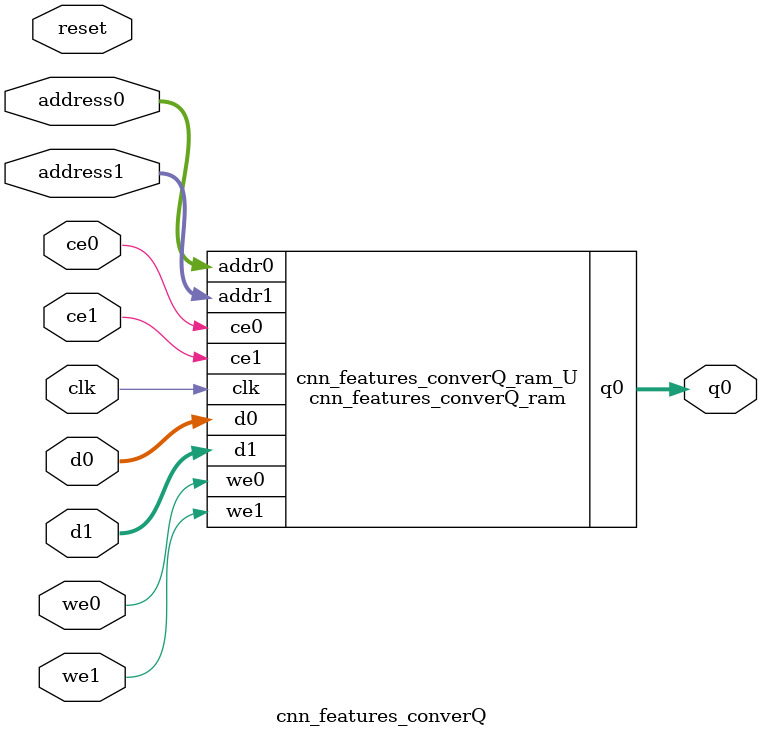
<source format=v>
`timescale 1 ns / 1 ps
module cnn_features_converQ_ram (addr0, ce0, d0, we0, q0, addr1, ce1, d1, we1,  clk);

parameter DWIDTH = 32;
parameter AWIDTH = 6;
parameter MEM_SIZE = 64;

input[AWIDTH-1:0] addr0;
input ce0;
input[DWIDTH-1:0] d0;
input we0;
output reg[DWIDTH-1:0] q0;
input[AWIDTH-1:0] addr1;
input ce1;
input[DWIDTH-1:0] d1;
input we1;
input clk;

(* ram_style = "block" *)reg [DWIDTH-1:0] ram[0:MEM_SIZE-1];




always @(posedge clk)  
begin 
    if (ce0) 
    begin
        if (we0) 
        begin 
            ram[addr0] <= d0; 
        end 
        q0 <= ram[addr0];
    end
end


always @(posedge clk)  
begin 
    if (ce1) 
    begin
        if (we1) 
        begin 
            ram[addr1] <= d1; 
        end 
    end
end


endmodule

`timescale 1 ns / 1 ps
module cnn_features_converQ(
    reset,
    clk,
    address0,
    ce0,
    we0,
    d0,
    q0,
    address1,
    ce1,
    we1,
    d1);

parameter DataWidth = 32'd32;
parameter AddressRange = 32'd64;
parameter AddressWidth = 32'd6;
input reset;
input clk;
input[AddressWidth - 1:0] address0;
input ce0;
input we0;
input[DataWidth - 1:0] d0;
output[DataWidth - 1:0] q0;
input[AddressWidth - 1:0] address1;
input ce1;
input we1;
input[DataWidth - 1:0] d1;



cnn_features_converQ_ram cnn_features_converQ_ram_U(
    .clk( clk ),
    .addr0( address0 ),
    .ce0( ce0 ),
    .we0( we0 ),
    .d0( d0 ),
    .q0( q0 ),
    .addr1( address1 ),
    .ce1( ce1 ),
    .we1( we1 ),
    .d1( d1 ));

endmodule


</source>
